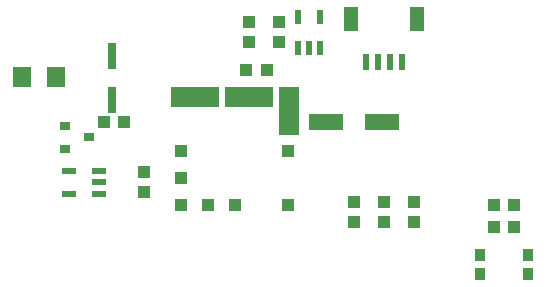
<source format=gtp>
G75*
%MOIN*%
%OFA0B0*%
%FSLAX25Y25*%
%IPPOS*%
%LPD*%
%AMOC8*
5,1,8,0,0,1.08239X$1,22.5*
%
%ADD10R,0.02559X0.08661*%
%ADD11R,0.04331X0.03937*%
%ADD12R,0.11811X0.05512*%
%ADD13R,0.06299X0.07087*%
%ADD14R,0.04724X0.07874*%
%ADD15R,0.02362X0.05315*%
%ADD16R,0.03543X0.03150*%
%ADD17R,0.03937X0.04331*%
%ADD18R,0.03543X0.03937*%
%ADD19R,0.03976X0.03976*%
%ADD20R,0.16024X0.06969*%
%ADD21R,0.06969X0.16024*%
%ADD22R,0.04724X0.02165*%
%ADD23R,0.02165X0.04724*%
D10*
X0157546Y0102520D03*
X0157546Y0117087D03*
D11*
X0202487Y0112500D03*
X0209180Y0112500D03*
X0161680Y0095000D03*
X0154987Y0095000D03*
X0284987Y0067500D03*
X0291680Y0067500D03*
X0291680Y0060000D03*
X0284987Y0060000D03*
D12*
X0247782Y0095000D03*
X0228885Y0095000D03*
D13*
X0138845Y0110000D03*
X0127822Y0110000D03*
D14*
X0237310Y0129469D03*
X0259357Y0129469D03*
D15*
X0254239Y0115000D03*
X0250302Y0115000D03*
X0246365Y0115000D03*
X0242428Y0115000D03*
D16*
X0150164Y0090000D03*
X0141896Y0093740D03*
X0141896Y0086260D03*
D17*
X0168333Y0078346D03*
X0168333Y0071654D03*
X0238333Y0068346D03*
X0248333Y0068346D03*
X0258333Y0068346D03*
X0258333Y0061654D03*
X0248333Y0061654D03*
X0238333Y0061654D03*
X0213333Y0121654D03*
X0203333Y0121654D03*
X0203333Y0128346D03*
X0213333Y0128346D03*
D18*
X0280262Y0050650D03*
X0296404Y0050650D03*
X0296404Y0044350D03*
X0280262Y0044350D03*
D19*
X0216483Y0067362D03*
X0198727Y0067362D03*
X0189711Y0067362D03*
X0180696Y0067362D03*
X0180696Y0076378D03*
X0180696Y0085394D03*
X0216483Y0085394D03*
D20*
X0203215Y0103386D03*
X0185223Y0103386D03*
D21*
X0216719Y0098898D03*
D22*
X0143215Y0071260D03*
X0153452Y0071260D03*
X0153452Y0075000D03*
X0153452Y0078740D03*
X0143215Y0078740D03*
D23*
X0219593Y0119881D03*
X0223333Y0119881D03*
X0227073Y0119881D03*
X0227073Y0130119D03*
X0219593Y0130119D03*
M02*

</source>
